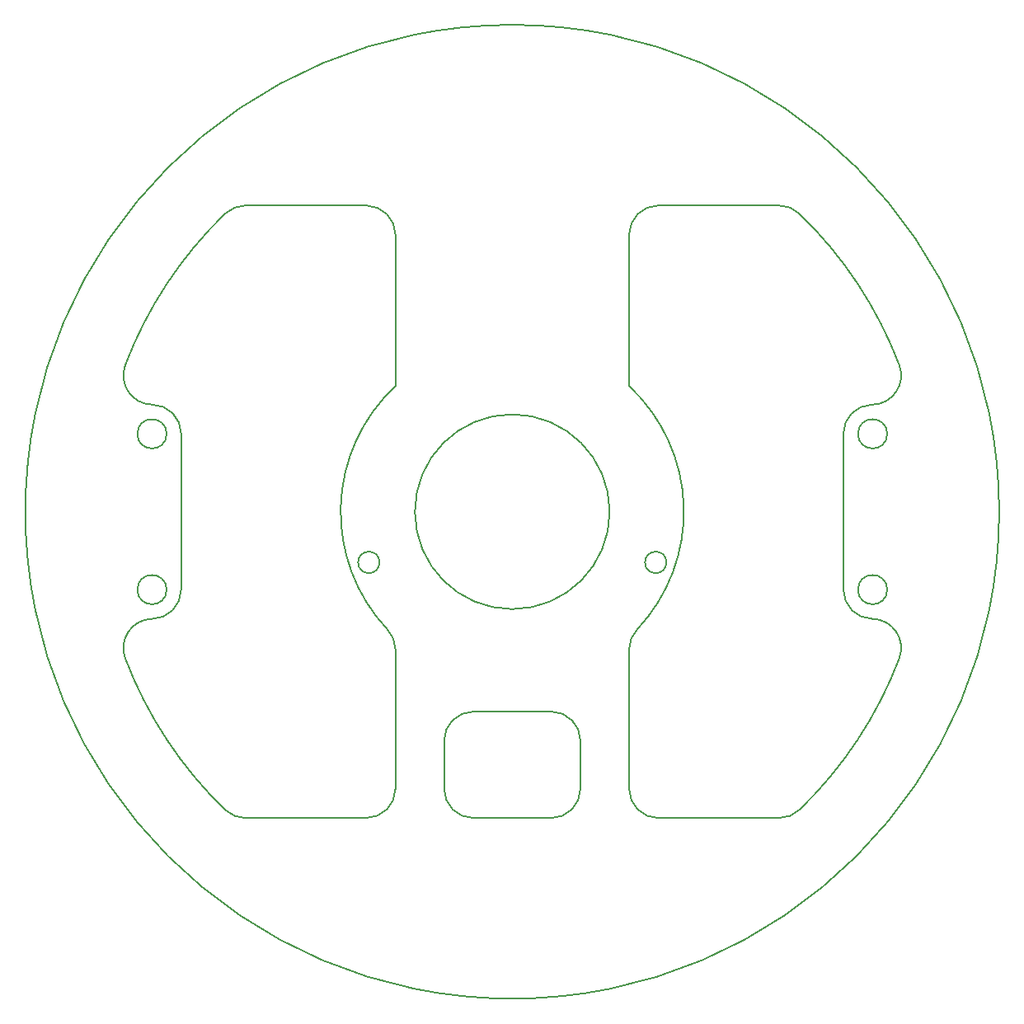
<source format=gbr>
%TF.GenerationSoftware,KiCad,Pcbnew,7.0.9*%
%TF.CreationDate,2024-06-22T15:13:25+09:00*%
%TF.ProjectId,Sensor,53656e73-6f72-42e6-9b69-6361645f7063,rev?*%
%TF.SameCoordinates,Original*%
%TF.FileFunction,Profile,NP*%
%FSLAX46Y46*%
G04 Gerber Fmt 4.6, Leading zero omitted, Abs format (unit mm)*
G04 Created by KiCad (PCBNEW 7.0.9) date 2024-06-22 15:13:25*
%MOMM*%
%LPD*%
G01*
G04 APERTURE LIST*
%TA.AperFunction,Profile*%
%ADD10C,0.200000*%
%TD*%
G04 APERTURE END LIST*
D10*
X145402000Y-117323800D02*
X145402000Y-112397800D01*
X145402000Y-117323800D02*
G75*
G03*
X148402000Y-120323800I3000000J0D01*
G01*
X192143141Y-73810877D02*
G75*
G03*
X181884730Y-58263042I-39741141J-15062923D01*
G01*
X159402000Y-112397800D02*
G75*
G03*
X156402000Y-109397800I-3000000J0D01*
G01*
X167402000Y-120323800D02*
X179803597Y-120323800D01*
X165219757Y-100965204D02*
G75*
G03*
X164402000Y-103023783I2182243J-2058596D01*
G01*
X140402000Y-75970446D02*
X140402000Y-60423800D01*
X167402000Y-57423800D02*
G75*
G03*
X164402000Y-60423800I0J-3000000D01*
G01*
X140402011Y-103023783D02*
G75*
G03*
X139584251Y-100965196I-3000011J-17D01*
G01*
X140402000Y-60423800D02*
G75*
G03*
X137402000Y-57423800I-3000000J0D01*
G01*
X137402000Y-57423800D02*
X125000403Y-57423800D01*
X137402000Y-120323800D02*
G75*
G03*
X140402000Y-117323800I0J3000000D01*
G01*
X164402000Y-117323800D02*
G75*
G03*
X167402000Y-120323800I3000000J0D01*
G01*
X179803597Y-120323797D02*
G75*
G03*
X181884731Y-119484559I3J2999997D01*
G01*
X186402001Y-96873800D02*
X186402000Y-80873800D01*
X189369941Y-77873899D02*
G75*
G03*
X192143141Y-73810877I-32041J2999799D01*
G01*
X112660792Y-73810852D02*
G75*
G03*
X115434058Y-77873971I2805308J-1063248D01*
G01*
X189369942Y-77873971D02*
G75*
G03*
X186402000Y-80873800I32058J-2999829D01*
G01*
X115434058Y-99873608D02*
G75*
G03*
X112660858Y-103936723I32142J-2999892D01*
G01*
X190902000Y-96873800D02*
G75*
G03*
X190902000Y-96873800I-1500000J0D01*
G01*
X186402001Y-96873800D02*
G75*
G03*
X189369942Y-99873628I2999999J0D01*
G01*
X116902000Y-96873800D02*
G75*
G03*
X116902000Y-96873800I-1500000J0D01*
G01*
X164402000Y-103023783D02*
X164402000Y-117323800D01*
X122919269Y-58263041D02*
G75*
G03*
X112660858Y-73810877I29482731J-30610759D01*
G01*
X192143209Y-103936749D02*
G75*
G03*
X189369942Y-99873628I-2805309J1063249D01*
G01*
X148402000Y-109397800D02*
X156402000Y-109397800D01*
X168232000Y-94073800D02*
G75*
G03*
X168232000Y-94073800I-1100000J0D01*
G01*
X165219749Y-100965196D02*
G75*
G03*
X164402000Y-75970446I-12817749J12091396D01*
G01*
X156402000Y-120323800D02*
X148402000Y-120323800D01*
X122919267Y-119484561D02*
G75*
G03*
X125000403Y-120323800I2081133J2160761D01*
G01*
X116902000Y-80873800D02*
G75*
G03*
X116902000Y-80873800I-1500000J0D01*
G01*
X118402000Y-80873800D02*
X118402000Y-96873800D01*
X179803597Y-57423800D02*
X167402000Y-57423800D01*
X118402000Y-80873800D02*
G75*
G03*
X115434058Y-77873971I-3000000J0D01*
G01*
X162402000Y-88873800D02*
G75*
G03*
X162402000Y-88873800I-10000000J0D01*
G01*
X140402000Y-117323800D02*
X140402000Y-103023783D01*
X125000403Y-57423803D02*
G75*
G03*
X122919269Y-58263041I-3J-2999997D01*
G01*
X156402000Y-120323800D02*
G75*
G03*
X159402000Y-117323800I0J3000000D01*
G01*
X190902000Y-80873800D02*
G75*
G03*
X190902000Y-80873800I-1500000J0D01*
G01*
X159402000Y-112397800D02*
X159402000Y-117323800D01*
X181884733Y-58263039D02*
G75*
G03*
X179803597Y-57423800I-2081133J-2160761D01*
G01*
X112660859Y-103936723D02*
G75*
G03*
X122919270Y-119484558I39741141J15062923D01*
G01*
X148402000Y-109397800D02*
G75*
G03*
X145402000Y-112397800I0J-3000000D01*
G01*
X138772000Y-94073800D02*
G75*
G03*
X138772000Y-94073800I-1100000J0D01*
G01*
X125000403Y-120323800D02*
X137402000Y-120323800D01*
X140402000Y-75970446D02*
G75*
G03*
X139584251Y-100965196I12000000J-12903354D01*
G01*
X181884731Y-119484559D02*
G75*
G03*
X192143142Y-103936723I-29482731J30610759D01*
G01*
X164402000Y-60423800D02*
X164402000Y-75970446D01*
X202402000Y-88873800D02*
G75*
G03*
X202402000Y-88873800I-50000000J0D01*
G01*
X115434058Y-99873629D02*
G75*
G03*
X118402000Y-96873800I-32058J2999829D01*
G01*
M02*

</source>
